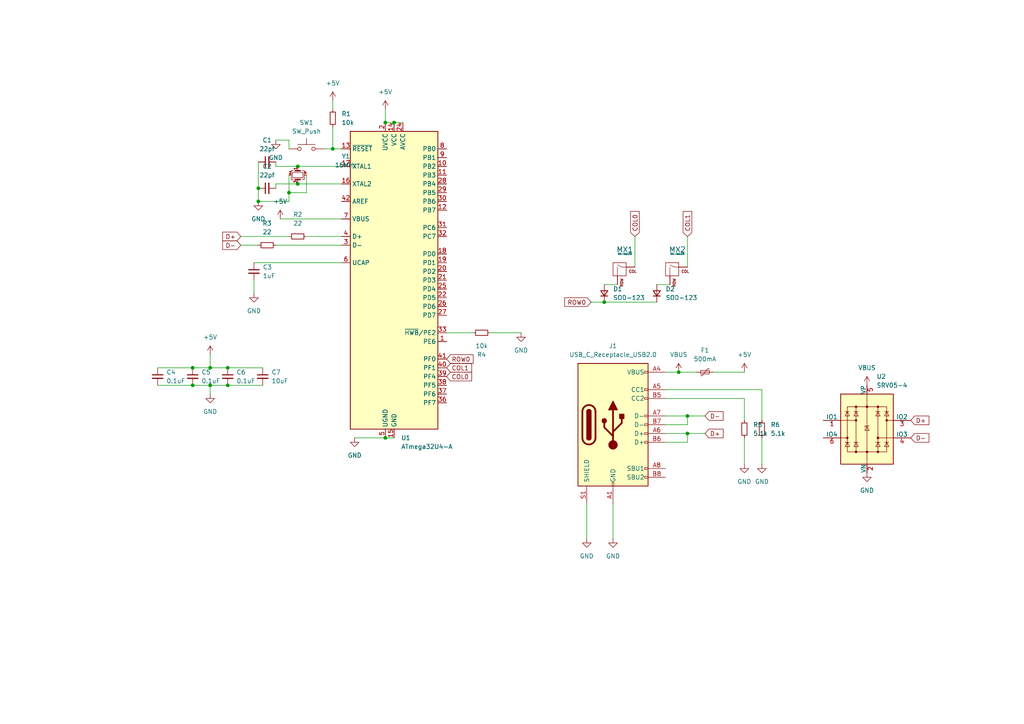
<source format=kicad_sch>
(kicad_sch (version 20211123) (generator eeschema)
  (paper "A4")
  (lib_symbols
    (symbol "Connector:USB_C_Receptacle_USB2.0" (pin_names (offset 1.016))
      (property "Reference" "J" (at -10.16 19.05 0))
      (property "Value" "USB_C_Receptacle_USB2.0" (at 19.05 19.05 0))
      (symbol "USB_C_Receptacle_USB2.0_0_0"
        (rectangle (start -0.254 -17.78) (end 0.254 -16.764))
        (rectangle (start 10.16 -14.986) (end 9.144 -15.494))
        (rectangle (start 10.16 -12.446) (end 9.144 -12.954))
        (rectangle (start 10.16 -4.826) (end 9.144 -5.334))
        (rectangle (start 10.16 -2.286) (end 9.144 -2.794))
        (rectangle (start 10.16 0.254) (end 9.144 -0.254))
        (rectangle (start 10.16 2.794) (end 9.144 2.286))
        (rectangle (start 10.16 7.874) (end 9.144 7.366))
        (rectangle (start 10.16 10.414) (end 9.144 9.906))
        (rectangle (start 10.16 15.494) (end 9.144 14.986))
      )
      (symbol "USB_C_Receptacle_USB2.0_0_1"
        (rectangle (start -10.16 17.78) (end 10.16 -17.78) (stroke (width 0.254)) (fill (type background)))
        (arc (start -8.89 -3.81) (mid -6.985 -5.715) (end -5.08 -3.81) (stroke (width 0.508)))
        (arc (start -7.62 -3.81) (mid -6.985 -4.445) (end -6.35 -3.81) (stroke (width 0.254)))
        (arc (start -7.62 -3.81) (mid -6.985 -4.445) (end -6.35 -3.81) (stroke (width 0.254)) (fill (type outline)))
        (rectangle (start -7.62 -3.81) (end -6.35 3.81) (stroke (width 0.254)) (fill (type outline)))
        (arc (start -6.35 3.81) (mid -6.985 4.445) (end -7.62 3.81) (stroke (width 0.254)))
        (arc (start -6.35 3.81) (mid -6.985 4.445) (end -7.62 3.81) (stroke (width 0.254)) (fill (type outline)))
        (arc (start -5.08 3.81) (mid -6.985 5.715) (end -8.89 3.81) (stroke (width 0.508)))
        (circle (center -2.54 1.143) (radius 0.635) (stroke (width 0.254)) (fill (type outline)))
        (circle (center 0 -5.842) (radius 1.27) (fill (type outline)))
        (polyline (pts (xy -8.89 -3.81) (xy -8.89 3.81)) (stroke (width 0.508)))
        (polyline (pts (xy -5.08 3.81) (xy -5.08 -3.81)) (stroke (width 0.508)))
        (polyline (pts (xy 0 -5.842) (xy 0 4.318)) (stroke (width 0.508)))
        (polyline (pts (xy 0 -3.302) (xy -2.54 -0.762) (xy -2.54 0.508)) (stroke (width 0.508)))
        (polyline (pts (xy 0 -2.032) (xy 2.54 0.508) (xy 2.54 1.778)) (stroke (width 0.508)))
        (polyline (pts (xy -1.27 4.318) (xy 0 6.858) (xy 1.27 4.318) (xy -1.27 4.318)) (stroke (width 0.254)) (fill (type outline)))
        (rectangle (start 1.905 1.778) (end 3.175 3.048) (stroke (width 0.254)) (fill (type outline)))
      )
      (symbol "USB_C_Receptacle_USB2.0_1_1"
        (pin passive line (at 0 -22.86 90) (length 5.08) (name "GND") (number "A1"))
        (pin passive line (at 0 -22.86 90) (length 5.08) hide (name "GND") (number "A12"))
        (pin passive line (at 15.24 15.24 180) (length 5.08) (name "VBUS") (number "A4"))
        (pin bidirectional line (at 15.24 10.16 180) (length 5.08) (name "CC1") (number "A5"))
        (pin bidirectional line (at 15.24 -2.54 180) (length 5.08) (name "D+") (number "A6"))
        (pin bidirectional line (at 15.24 2.54 180) (length 5.08) (name "D-") (number "A7"))
        (pin bidirectional line (at 15.24 -12.7 180) (length 5.08) (name "SBU1") (number "A8"))
        (pin passive line (at 15.24 15.24 180) (length 5.08) hide (name "VBUS") (number "A9"))
        (pin passive line (at 0 -22.86 90) (length 5.08) hide (name "GND") (number "B1"))
        (pin passive line (at 0 -22.86 90) (length 5.08) hide (name "GND") (number "B12"))
        (pin passive line (at 15.24 15.24 180) (length 5.08) hide (name "VBUS") (number "B4"))
        (pin bidirectional line (at 15.24 7.62 180) (length 5.08) (name "CC2") (number "B5"))
        (pin bidirectional line (at 15.24 -5.08 180) (length 5.08) (name "D+") (number "B6"))
        (pin bidirectional line (at 15.24 0 180) (length 5.08) (name "D-") (number "B7"))
        (pin bidirectional line (at 15.24 -15.24 180) (length 5.08) (name "SBU2") (number "B8"))
        (pin passive line (at 15.24 15.24 180) (length 5.08) hide (name "VBUS") (number "B9"))
        (pin passive line (at -7.62 -22.86 90) (length 5.08) (name "SHIELD") (number "S1"))
      )
    )
    (symbol "Device:C_Small" (pin_numbers hide) (pin_names (offset 0.254) hide)
      (property "Reference" "C" (at 0.254 1.778 0))
      (property "Value" "C_Small" (at 0.254 -2.032 0))
      (symbol "C_Small_0_1"
        (polyline (pts (xy -1.524 -0.508) (xy 1.524 -0.508)) (stroke (width 0.3302)))
        (polyline (pts (xy -1.524 0.508) (xy 1.524 0.508)) (stroke (width 0.3048)))
      )
      (symbol "C_Small_1_1"
        (pin passive line (at 0 2.54 270) (length 2.032) (name "~") (number "1"))
        (pin passive line (at 0 -2.54 90) (length 2.032) (name "~") (number "2"))
      )
    )
    (symbol "Device:Crystal_GND24_Small" (pin_names (offset 1.016) hide)
      (property "Reference" "Y" (at 1.27 4.445 0))
      (property "Value" "Crystal_GND24_Small" (at 1.27 2.54 0))
      (symbol "Crystal_GND24_Small_0_1"
        (rectangle (start -0.762 -1.524) (end 0.762 1.524))
        (polyline (pts (xy -1.27 -0.762) (xy -1.27 0.762)) (stroke (width 0.381)))
        (polyline (pts (xy 1.27 -0.762) (xy 1.27 0.762)) (stroke (width 0.381)))
        (polyline (pts (xy -1.27 -1.27) (xy -1.27 -1.905) (xy 1.27 -1.905) (xy 1.27 -1.27)))
        (polyline (pts (xy -1.27 1.27) (xy -1.27 1.905) (xy 1.27 1.905) (xy 1.27 1.27)))
      )
      (symbol "Crystal_GND24_Small_1_1"
        (pin passive line (at -2.54 0 0) (length 1.27) (name "1") (number "1"))
        (pin passive line (at 0 -2.54 90) (length 0.635) (name "2") (number "2"))
        (pin passive line (at 2.54 0 180) (length 1.27) (name "3") (number "3"))
        (pin passive line (at 0 2.54 270) (length 0.635) (name "4") (number "4"))
      )
    )
    (symbol "Device:D_Small" (pin_numbers hide) (pin_names (offset 0.254) hide)
      (property "Reference" "D" (at -1.27 2.032 0))
      (property "Value" "D_Small" (at -3.81 -2.032 0))
      (symbol "D_Small_0_1"
        (polyline (pts (xy -0.762 -1.016) (xy -0.762 1.016)) (stroke (width 0.254)))
        (polyline (pts (xy -0.762 0) (xy 0.762 0)))
        (polyline (pts (xy 0.762 -1.016) (xy -0.762 0) (xy 0.762 1.016) (xy 0.762 -1.016)) (stroke (width 0.254)))
      )
      (symbol "D_Small_1_1"
        (pin passive line (at -2.54 0 0) (length 1.778) (name "K") (number "1"))
        (pin passive line (at 2.54 0 180) (length 1.778) (name "A") (number "2"))
      )
    )
    (symbol "Device:Polyfuse_Small" (pin_numbers hide) (pin_names (offset 0))
      (property "Reference" "F" (at -1.905 0 90))
      (property "Value" "Polyfuse_Small" (at 1.905 0 90))
      (symbol "Polyfuse_Small_0_1"
        (rectangle (start -0.508 1.27) (end 0.508 -1.27))
        (polyline (pts (xy 0 2.54) (xy 0 -2.54)))
        (polyline (pts (xy -1.016 1.27) (xy -1.016 0.762) (xy 1.016 -0.762) (xy 1.016 -1.27)))
      )
      (symbol "Polyfuse_Small_1_1"
        (pin passive line (at 0 2.54 270) (length 0.635) (name "~") (number "1"))
        (pin passive line (at 0 -2.54 90) (length 0.635) (name "~") (number "2"))
      )
    )
    (symbol "Device:R_Small" (pin_numbers hide) (pin_names (offset 0.254) hide)
      (property "Reference" "R" (at 0.762 0.508 0))
      (property "Value" "R_Small" (at 0.762 -1.016 0))
      (symbol "R_Small_0_1"
        (rectangle (start -0.762 1.778) (end 0.762 -1.778) (stroke (width 0.2032)))
      )
      (symbol "R_Small_1_1"
        (pin passive line (at 0 2.54 270) (length 0.762) (name "~") (number "1"))
        (pin passive line (at 0 -2.54 90) (length 0.762) (name "~") (number "2"))
      )
    )
    (symbol "MCU_Microchip_ATmega:ATmega32U4-A"
      (property "Reference" "U" (at -12.7 44.45 0))
      (property "Value" "ATmega32U4-A" (at 2.54 -44.45 0))
      (symbol "ATmega32U4-A_0_1"
        (rectangle (start -12.7 -43.18) (end 12.7 43.18) (stroke (width 0.254)) (fill (type background)))
      )
      (symbol "ATmega32U4-A_1_1"
        (pin bidirectional line (at 15.24 -17.78 180) (length 2.54) (name "PE6") (number "1"))
        (pin bidirectional line (at 15.24 33.02 180) (length 2.54) (name "PB2") (number "10"))
        (pin bidirectional line (at 15.24 30.48 180) (length 2.54) (name "PB3") (number "11"))
        (pin bidirectional line (at 15.24 20.32 180) (length 2.54) (name "PB7") (number "12"))
        (pin input line (at -15.24 38.1 0) (length 2.54) (name "~{RESET}") (number "13"))
        (pin power_in line (at 0 45.72 270) (length 2.54) (name "VCC") (number "14"))
        (pin power_in line (at 0 -45.72 90) (length 2.54) (name "GND") (number "15"))
        (pin output line (at -15.24 27.94 0) (length 2.54) (name "XTAL2") (number "16"))
        (pin input line (at -15.24 33.02 0) (length 2.54) (name "XTAL1") (number "17"))
        (pin bidirectional line (at 15.24 7.62 180) (length 2.54) (name "PD0") (number "18"))
        (pin bidirectional line (at 15.24 5.08 180) (length 2.54) (name "PD1") (number "19"))
        (pin power_in line (at -2.54 45.72 270) (length 2.54) (name "UVCC") (number "2"))
        (pin bidirectional line (at 15.24 2.54 180) (length 2.54) (name "PD2") (number "20"))
        (pin bidirectional line (at 15.24 0 180) (length 2.54) (name "PD3") (number "21"))
        (pin bidirectional line (at 15.24 -5.08 180) (length 2.54) (name "PD5") (number "22"))
        (pin passive line (at 0 -45.72 90) (length 2.54) hide (name "GND") (number "23"))
        (pin power_in line (at 2.54 45.72 270) (length 2.54) (name "AVCC") (number "24"))
        (pin bidirectional line (at 15.24 -2.54 180) (length 2.54) (name "PD4") (number "25"))
        (pin bidirectional line (at 15.24 -7.62 180) (length 2.54) (name "PD6") (number "26"))
        (pin bidirectional line (at 15.24 -10.16 180) (length 2.54) (name "PD7") (number "27"))
        (pin bidirectional line (at 15.24 27.94 180) (length 2.54) (name "PB4") (number "28"))
        (pin bidirectional line (at 15.24 25.4 180) (length 2.54) (name "PB5") (number "29"))
        (pin bidirectional line (at -15.24 10.16 0) (length 2.54) (name "D-") (number "3"))
        (pin bidirectional line (at 15.24 22.86 180) (length 2.54) (name "PB6") (number "30"))
        (pin bidirectional line (at 15.24 15.24 180) (length 2.54) (name "PC6") (number "31"))
        (pin bidirectional line (at 15.24 12.7 180) (length 2.54) (name "PC7") (number "32"))
        (pin bidirectional line (at 15.24 -15.24 180) (length 2.54) (name "~{HWB}/PE2") (number "33"))
        (pin passive line (at 0 45.72 270) (length 2.54) hide (name "VCC") (number "34"))
        (pin passive line (at 0 -45.72 90) (length 2.54) hide (name "GND") (number "35"))
        (pin bidirectional line (at 15.24 -35.56 180) (length 2.54) (name "PF7") (number "36"))
        (pin bidirectional line (at 15.24 -33.02 180) (length 2.54) (name "PF6") (number "37"))
        (pin bidirectional line (at 15.24 -30.48 180) (length 2.54) (name "PF5") (number "38"))
        (pin bidirectional line (at 15.24 -27.94 180) (length 2.54) (name "PF4") (number "39"))
        (pin bidirectional line (at -15.24 12.7 0) (length 2.54) (name "D+") (number "4"))
        (pin bidirectional line (at 15.24 -25.4 180) (length 2.54) (name "PF1") (number "40"))
        (pin bidirectional line (at 15.24 -22.86 180) (length 2.54) (name "PF0") (number "41"))
        (pin passive line (at -15.24 22.86 0) (length 2.54) (name "AREF") (number "42"))
        (pin passive line (at 0 -45.72 90) (length 2.54) hide (name "GND") (number "43"))
        (pin passive line (at 2.54 45.72 270) (length 2.54) hide (name "AVCC") (number "44"))
        (pin passive line (at -2.54 -45.72 90) (length 2.54) (name "UGND") (number "5"))
        (pin passive line (at -15.24 5.08 0) (length 2.54) (name "UCAP") (number "6"))
        (pin input line (at -15.24 17.78 0) (length 2.54) (name "VBUS") (number "7"))
        (pin bidirectional line (at 15.24 38.1 180) (length 2.54) (name "PB0") (number "8"))
        (pin bidirectional line (at 15.24 35.56 180) (length 2.54) (name "PB1") (number "9"))
      )
    )
    (symbol "MX_Alps_Hybrid:MX-NoLED" (pin_names (offset 1.016))
      (property "Reference" "MX" (at -0.635 3.81 0))
      (property "Value" "MX-NoLED" (at -0.635 1.27 0))
      (symbol "MX-NoLED_0_0"
        (rectangle (start -2.54 2.54) (end 1.27 -1.27))
        (polyline (pts (xy -1.27 -1.27) (xy -1.27 1.27)) (stroke (width 0.127)))
        (polyline (pts (xy 1.27 1.27) (xy 0 1.27) (xy -1.27 1.905)) (stroke (width 0.127)))
        (text "COL" (at 3.175 0 0) (effects (font (size 0.762 0.762))))
        (text "ROW" (at 0 -1.905 900) (effects (font (size 0.762 0.762)) (justify right)))
      )
      (symbol "MX-NoLED_1_1"
        (pin passive line (at 3.81 1.27 180) (length 2.54) (name "COL") (number "1"))
        (pin passive line (at -1.27 -3.81 90) (length 2.54) (name "ROW") (number "2"))
      )
    )
    (symbol "Switch:SW_Push" (pin_numbers hide) (pin_names (offset 1.016) hide)
      (property "Reference" "SW" (at 1.27 2.54 0))
      (property "Value" "SW_Push" (at 0 -1.524 0))
      (symbol "SW_Push_0_1"
        (circle (center -2.032 0) (radius 0.508))
        (polyline (pts (xy 0 1.27) (xy 0 3.048)))
        (polyline (pts (xy 2.54 1.27) (xy -2.54 1.27)))
        (circle (center 2.032 0) (radius 0.508))
        (pin passive line (at -5.08 0 0) (length 2.54) (name "1") (number "1"))
        (pin passive line (at 5.08 0 180) (length 2.54) (name "2") (number "2"))
      )
    )
    (symbol "marbastlib-various:SRV05-4" (pin_names (offset 0))
      (property "Reference" "U" (at -5.08 11.43 0))
      (property "Value" "SRV05-4" (at 2.54 11.43 0))
      (symbol "SRV05-4_0_0"
        (rectangle (start -5.715 6.477) (end 5.715 -6.604))
        (polyline (pts (xy -3.175 -6.604) (xy -3.175 6.477)))
        (polyline (pts (xy 3.175 6.477) (xy 3.175 -6.604)))
      )
      (symbol "SRV05-4_0_1"
        (rectangle (start -7.62 10.16) (end 7.62 -10.16) (stroke (width 0.254)) (fill (type background)))
        (circle (center -5.715 -2.54) (radius 0.2794) (fill (type outline)))
        (circle (center -3.175 -6.604) (radius 0.2794) (fill (type outline)))
        (circle (center -3.175 2.54) (radius 0.2794) (fill (type outline)))
        (circle (center -3.175 6.477) (radius 0.2794) (fill (type outline)))
        (circle (center 0 -6.604) (radius 0.2794) (fill (type outline)))
        (polyline (pts (xy -7.747 2.54) (xy -3.175 2.54)))
        (polyline (pts (xy -7.62 -2.54) (xy -5.715 -2.54)))
        (polyline (pts (xy -5.08 -3.81) (xy -6.35 -3.81)))
        (polyline (pts (xy -5.08 5.08) (xy -6.35 5.08)))
        (polyline (pts (xy -2.54 -3.81) (xy -3.81 -3.81)))
        (polyline (pts (xy -2.54 5.08) (xy -3.81 5.08)))
        (polyline (pts (xy 0 10.16) (xy 0 -10.16)))
        (polyline (pts (xy 3.81 -3.81) (xy 2.54 -3.81)))
        (polyline (pts (xy 3.81 5.08) (xy 2.54 5.08)))
        (polyline (pts (xy 6.35 -3.81) (xy 5.08 -3.81)))
        (polyline (pts (xy 6.35 5.08) (xy 5.08 5.08)))
        (polyline (pts (xy 7.62 -2.54) (xy 3.175 -2.54)))
        (polyline (pts (xy 7.62 2.54) (xy 5.715 2.54)))
        (polyline (pts (xy 0.635 0.889) (xy -0.635 0.889) (xy -0.635 0.635)))
        (polyline (pts (xy -5.08 -5.08) (xy -6.35 -5.08) (xy -5.715 -3.81) (xy -5.08 -5.08)))
        (polyline (pts (xy -5.08 3.81) (xy -6.35 3.81) (xy -5.715 5.08) (xy -5.08 3.81)))
        (polyline (pts (xy -2.54 -5.08) (xy -3.81 -5.08) (xy -3.175 -3.81) (xy -2.54 -5.08)))
        (polyline (pts (xy -2.54 3.81) (xy -3.81 3.81) (xy -3.175 5.08) (xy -2.54 3.81)))
        (polyline (pts (xy 0.635 -0.381) (xy -0.635 -0.381) (xy 0 0.889) (xy 0.635 -0.381)))
        (polyline (pts (xy 3.81 -5.08) (xy 2.54 -5.08) (xy 3.175 -3.81) (xy 3.81 -5.08)))
        (polyline (pts (xy 3.81 3.81) (xy 2.54 3.81) (xy 3.175 5.08) (xy 3.81 3.81)))
        (polyline (pts (xy 6.35 -5.08) (xy 5.08 -5.08) (xy 5.715 -3.81) (xy 6.35 -5.08)))
        (polyline (pts (xy 6.35 3.81) (xy 5.08 3.81) (xy 5.715 5.08) (xy 6.35 3.81)))
        (circle (center 0 6.477) (radius 0.2794) (fill (type outline)))
        (circle (center 3.175 -6.604) (radius 0.2794) (fill (type outline)))
        (circle (center 3.175 -2.54) (radius 0.2794) (fill (type outline)))
        (circle (center 3.175 6.477) (radius 0.2794) (fill (type outline)))
        (circle (center 5.715 2.54) (radius 0.2794) (fill (type outline)))
      )
      (symbol "SRV05-4_1_1"
        (pin passive line (at -12.7 2.54 0) (length 5.08) (name "IO1") (number "1"))
        (pin passive line (at 0 -12.7 90) (length 2.54) (name "VN") (number "2"))
        (pin passive line (at 12.7 2.54 180) (length 5.08) (name "IO2") (number "3"))
        (pin passive line (at 12.7 -2.54 180) (length 5.08) (name "IO3") (number "4"))
        (pin passive line (at 0 12.7 270) (length 2.54) (name "VP") (number "5"))
        (pin passive line (at -12.7 -2.54 0) (length 5.08) (name "IO4") (number "6"))
      )
    )
    (symbol "power:+5V" (power) (pin_names (offset 0))
      (property "Value" "+5V" (at 0 3.556 0))
      (symbol "+5V_0_1"
        (polyline (pts (xy -0.762 1.27) (xy 0 2.54)))
        (polyline (pts (xy 0 0) (xy 0 2.54)))
        (polyline (pts (xy 0 2.54) (xy 0.762 1.27)))
      )
      (symbol "+5V_1_1"
        (pin power_in line (at 0 0 90) (length 0) hide (name "+5V") (number "1"))
      )
    )
    (symbol "power:GND" (power) (pin_names (offset 0))
      (property "Value" "GND" (at 0 -3.81 0))
      (symbol "GND_0_1"
        (polyline (pts (xy 0 0) (xy 0 -1.27) (xy 1.27 -1.27) (xy 0 -2.54) (xy -1.27 -1.27) (xy 0 -1.27)))
      )
      (symbol "GND_1_1"
        (pin power_in line (at 0 0 270) (length 0) hide (name "GND") (number "1"))
      )
    )
    (symbol "power:VBUS" (power) (pin_names (offset 0))
      (property "Value" "VBUS" (at 0 3.81 0))
      (symbol "VBUS_0_1"
        (polyline (pts (xy -0.762 1.27) (xy 0 2.54)))
        (polyline (pts (xy 0 0) (xy 0 2.54)))
        (polyline (pts (xy 0 2.54) (xy 0.762 1.27)))
      )
      (symbol "VBUS_1_1"
        (pin power_in line (at 0 0 90) (length 0) hide (name "VBUS") (number "1"))
      )
    )
  )
  (junction (at 199.39 120.65))
  (junction (at 114.3 35.56))
  (junction (at 83.82 55.88))
  (junction (at 86.36 53.34))
  (junction (at 55.88 111.76))
  (junction (at 111.76 35.56))
  (junction (at 74.93 54.61))
  (junction (at 199.39 125.73))
  (junction (at 60.96 111.76))
  (junction (at 66.04 106.68))
  (junction (at 66.04 111.76))
  (junction (at 60.96 106.68))
  (junction (at 74.93 58.42))
  (junction (at 86.36 48.26))
  (junction (at 196.85 107.95))
  (junction (at 96.52 43.18))
  (junction (at 55.88 106.68))
  (junction (at 175.26 87.63))
  (junction (at 111.76 127))
  (wire (pts (xy 69.85 68.58) (xy 83.82 68.58)))
  (wire (pts (xy 66.04 111.76) (xy 76.2 111.76)))
  (wire (pts (xy 193.04 128.27) (xy 199.39 128.27)))
  (wire (pts (xy 96.52 43.18) (xy 99.06 43.18)))
  (wire (pts (xy 170.18 146.05) (xy 170.18 156.21)))
  (wire (pts (xy 86.36 53.34) (xy 80.01 53.34)))
  (wire (pts (xy 45.72 106.68) (xy 55.88 106.68)))
  (wire (pts (xy 171.45 87.63) (xy 175.26 87.63)))
  (wire (pts (xy 74.93 58.42) (xy 83.82 58.42)))
  (wire (pts (xy 193.04 115.57) (xy 215.9 115.57)))
  (wire (pts (xy 193.04 107.95) (xy 196.85 107.95)))
  (wire (pts (xy 86.36 48.26) (xy 80.01 48.26)))
  (wire (pts (xy 80.01 46.99) (xy 80.01 48.26)))
  (wire (pts (xy 102.87 127) (xy 111.76 127)))
  (wire (pts (xy 175.26 87.63) (xy 190.5 87.63)))
  (wire (pts (xy 111.76 35.56) (xy 114.3 35.56)))
  (wire (pts (xy 86.36 48.26) (xy 99.06 48.26)))
  (wire (pts (xy 175.26 82.55) (xy 179.07 82.55)))
  (wire (pts (xy 129.54 96.52) (xy 137.16 96.52)))
  (wire (pts (xy 193.04 120.65) (xy 199.39 120.65)))
  (wire (pts (xy 215.9 115.57) (xy 215.9 121.92)))
  (wire (pts (xy 69.85 71.12) (xy 74.93 71.12)))
  (wire (pts (xy 190.5 82.55) (xy 194.31 82.55)))
  (wire (pts (xy 83.82 55.88) (xy 83.82 58.42)))
  (wire (pts (xy 80.01 53.34) (xy 80.01 54.61)))
  (wire (pts (xy 199.39 125.73) (xy 204.47 125.73)))
  (wire (pts (xy 73.66 76.2) (xy 99.06 76.2)))
  (wire (pts (xy 193.04 123.19) (xy 199.39 123.19)))
  (wire (pts (xy 93.98 43.18) (xy 96.52 43.18)))
  (wire (pts (xy 184.15 68.58) (xy 184.15 77.47)))
  (wire (pts (xy 220.98 113.03) (xy 220.98 121.92)))
  (wire (pts (xy 83.82 50.8) (xy 83.82 55.88)))
  (wire (pts (xy 114.3 35.56) (xy 116.84 35.56)))
  (wire (pts (xy 60.96 111.76) (xy 66.04 111.76)))
  (wire (pts (xy 81.28 63.5) (xy 99.06 63.5)))
  (wire (pts (xy 220.98 127) (xy 220.98 134.62)))
  (wire (pts (xy 199.39 120.65) (xy 204.47 120.65)))
  (wire (pts (xy 86.36 53.34) (xy 99.06 53.34)))
  (wire (pts (xy 73.66 81.28) (xy 73.66 85.09)))
  (wire (pts (xy 199.39 120.65) (xy 199.39 123.19)))
  (wire (pts (xy 66.04 106.68) (xy 76.2 106.68)))
  (wire (pts (xy 111.76 31.75) (xy 111.76 35.56)))
  (wire (pts (xy 96.52 29.21) (xy 96.52 31.75)))
  (wire (pts (xy 177.8 146.05) (xy 177.8 156.21)))
  (wire (pts (xy 193.04 113.03) (xy 220.98 113.03)))
  (wire (pts (xy 196.85 107.95) (xy 201.93 107.95)))
  (wire (pts (xy 45.72 111.76) (xy 55.88 111.76)))
  (wire (pts (xy 60.96 111.76) (xy 60.96 114.3)))
  (wire (pts (xy 80.01 71.12) (xy 99.06 71.12)))
  (wire (pts (xy 96.52 36.83) (xy 96.52 43.18)))
  (wire (pts (xy 55.88 106.68) (xy 60.96 106.68)))
  (wire (pts (xy 74.93 46.99) (xy 74.93 54.61)))
  (wire (pts (xy 142.24 96.52) (xy 151.13 96.52)))
  (wire (pts (xy 215.9 127) (xy 215.9 134.62)))
  (wire (pts (xy 199.39 125.73) (xy 199.39 128.27)))
  (wire (pts (xy 55.88 111.76) (xy 60.96 111.76)))
  (wire (pts (xy 60.96 102.87) (xy 60.96 106.68)))
  (wire (pts (xy 207.01 107.95) (xy 215.9 107.95)))
  (wire (pts (xy 83.82 43.18) (xy 83.82 40.64)))
  (wire (pts (xy 88.9 55.88) (xy 83.82 55.88)))
  (wire (pts (xy 74.93 54.61) (xy 74.93 58.42)))
  (wire (pts (xy 193.04 125.73) (xy 199.39 125.73)))
  (wire (pts (xy 60.96 106.68) (xy 66.04 106.68)))
  (wire (pts (xy 88.9 68.58) (xy 99.06 68.58)))
  (wire (pts (xy 80.01 40.64) (xy 83.82 40.64)))
  (wire (pts (xy 199.39 68.58) (xy 199.39 77.47)))
  (wire (pts (xy 88.9 50.8) (xy 88.9 55.88)))
  (wire (pts (xy 111.76 127) (xy 114.3 127)))
  (global_label "D-" (shape input) (at 204.47 120.65 0) (property "Intersheet References" "${INTERSHEET_REFS}" (effects hide)))
  (global_label "COL0" (shape input) (at 129.54 109.22 0) (property "Intersheet References" "${INTERSHEET_REFS}" (effects hide)))
  (global_label "D-" (shape input) (at 264.16 127 0) (property "Intersheet References" "${INTERSHEET_REFS}" (effects hide)))
  (global_label "D-" (shape input) (at 69.85 71.12 180) (property "Intersheet References" "${INTERSHEET_REFS}" (effects hide)))
  (global_label "D+" (shape input) (at 204.47 125.73 0) (property "Intersheet References" "${INTERSHEET_REFS}" (effects hide)))
  (global_label "D+" (shape input) (at 69.85 68.58 180) (property "Intersheet References" "${INTERSHEET_REFS}" (effects hide)))
  (global_label "ROW0" (shape input) (at 171.45 87.63 180) (property "Intersheet References" "${INTERSHEET_REFS}" (effects hide)))
  (global_label "D+" (shape input) (at 264.16 121.92 0) (property "Intersheet References" "${INTERSHEET_REFS}" (effects hide)))
  (global_label "COL0" (shape input) (at 184.15 68.58 90) (property "Intersheet References" "${INTERSHEET_REFS}" (effects hide)))
  (global_label "COL1" (shape input) (at 129.54 106.68 0) (property "Intersheet References" "${INTERSHEET_REFS}" (effects hide)))
  (global_label "COL1" (shape input) (at 199.39 68.58 90) (property "Intersheet References" "${INTERSHEET_REFS}" (effects hide)))
  (global_label "ROW0" (shape input) (at 129.54 104.14 0) (property "Intersheet References" "${INTERSHEET_REFS}" (effects hide)))
  (symbol (lib_id "power:GND") (at 60.96 114.3 0) (unit 1)
    (property "Reference" "#PWR0106" (effects hide))
    (property "Value" "GND" (at 60.96 119.38 0))
  )
  (symbol (lib_id "Device:D_Small") (at 190.5 85.09 90) (unit 1)
    (property "Reference" "D2" (at 193.04 83.8199 90) (effects (justify right)))
    (property "Value" "SOD-123" (at 193.04 86.3599 90) (effects (justify right)))
    (property "Footprint" "Diode_SMD:D_SOD-123" (effects hide))
  )
  (symbol (lib_id "Device:R_Small") (at 77.47 71.12 90) (unit 1)
    (property "Reference" "R3" (at 77.47 64.77 90))
    (property "Value" "22" (at 77.47 67.31 90))
    (property "Footprint" "Resistor_SMD:R_0805_2012Metric" (effects hide))
  )
  (symbol (lib_id "power:+5V") (at 96.52 29.21 0) (unit 1)
    (property "Reference" "#PWR0110" (effects hide))
    (property "Value" "+5V" (at 96.52 24.13 0))
  )
  (symbol (lib_id "power:VBUS") (at 196.85 107.95 0) (unit 1)
    (property "Reference" "#PWR0111" (effects hide))
    (property "Value" "VBUS" (at 196.85 102.87 0))
  )
  (symbol (lib_id "power:GND") (at 251.46 137.16 0) (unit 1)
    (property "Reference" "#PWR0113" (effects hide))
    (property "Value" "GND" (at 251.46 142.24 0))
  )
  (symbol (lib_id "Switch:SW_Push") (at 88.9 43.18 0) (unit 1)
    (property "Reference" "SW1" (at 88.9 35.56 0))
    (property "Value" "SW_Push" (at 88.9 38.1 0))
    (property "Footprint" "random-keyboard-parts:SKQG-1155865" (effects hide))
  )
  (symbol (lib_id "power:GND") (at 80.01 40.64 0) (unit 1)
    (property "Reference" "#PWR0109" (effects hide))
    (property "Value" "GND" (at 80.01 45.72 0))
  )
  (symbol (lib_id "Device:C_Small") (at 76.2 109.22 0) (unit 1)
    (property "Reference" "C7" (at 78.74 107.9562 0) (effects (justify left)))
    (property "Value" "10uF" (at 78.74 110.4962 0) (effects (justify left)))
    (property "Footprint" "Capacitor_SMD:C_0805_2012Metric" (effects hide))
  )
  (symbol (lib_id "Device:R_Small") (at 139.7 96.52 270) (unit 1)
    (property "Reference" "R4" (at 139.7 102.87 90))
    (property "Value" "10k" (at 139.7 100.33 90))
    (property "Footprint" "Resistor_SMD:R_0805_2012Metric" (effects hide))
  )
  (symbol (lib_id "Device:R_Small") (at 96.52 34.29 0) (unit 1)
    (property "Reference" "R1" (at 99.06 33.0199 0) (effects (justify left)))
    (property "Value" "10k" (at 99.06 35.5599 0) (effects (justify left)))
    (property "Footprint" "Resistor_SMD:R_0805_2012Metric" (effects hide))
  )
  (symbol (lib_id "power:+5V") (at 215.9 107.95 0) (unit 1)
    (property "Reference" "#PWR0116" (effects hide))
    (property "Value" "+5V" (at 215.9 102.87 0))
  )
  (symbol (lib_id "power:+5V") (at 81.28 63.5 0) (unit 1)
    (property "Reference" "#PWR0107" (effects hide))
    (property "Value" "+5V" (at 81.28 58.42 0))
  )
  (symbol (lib_id "power:GND") (at 74.93 58.42 0) (unit 1)
    (property "Reference" "#PWR0108" (effects hide))
    (property "Value" "GND" (at 74.93 63.5 0))
  )
  (symbol (lib_id "power:VBUS") (at 251.46 111.76 0) (unit 1)
    (property "Reference" "#PWR0112" (effects hide))
    (property "Value" "VBUS" (at 251.46 106.68 0))
  )
  (symbol (lib_id "marbastlib-various:SRV05-4") (at 251.46 124.46 0) (unit 1)
    (property "Reference" "U2" (at 254.2287 109.22 0) (effects (justify left)))
    (property "Value" "SRV05-4" (at 254.2287 111.76 0) (effects (justify left)))
    (property "Footprint" "marbastlib-various:SOT-23-6-routable" (effects hide))
    (property "Datasheet" "http://www.onsemi.com/pub/Collateral/SRV05-4-D.PDF" (effects hide))
  )
  (symbol (lib_id "power:GND") (at 215.9 134.62 0) (unit 1)
    (property "Reference" "#PWR0115" (effects hide))
    (property "Value" "GND" (at 215.9 139.7 0))
  )
  (symbol (lib_id "power:+5V") (at 60.96 102.87 0) (unit 1)
    (property "Reference" "#PWR0105" (effects hide))
    (property "Value" "+5V" (at 60.96 97.79 0))
  )
  (symbol (lib_id "MX_Alps_Hybrid:MX-NoLED") (at 180.34 78.74 0) (unit 1)
    (property "Reference" "MX1" (at 181.2256 72.39 0) (effects (font (size 1.524 1.524))))
    (property "Value" "MX-NoLED" (at 181.2256 73.66 0) (effects (font (size 0.508 0.508))))
    (property "Footprint" "MX_Alps_Hybrid:MX-1U-NoLED" (effects hide))
  )
  (symbol (lib_id "power:+5V") (at 111.76 31.75 0) (unit 1)
    (property "Reference" "#PWR0101" (effects hide))
    (property "Value" "+5V" (at 111.76 26.67 0))
  )
  (symbol (lib_id "MCU_Microchip_ATmega:ATmega32U4-A") (at 114.3 81.28 0) (unit 1)
    (property "Reference" "U1" (at 116.3194 127 0) (effects (justify left)))
    (property "Value" "ATmega32U4-A" (at 116.3194 129.54 0) (effects (justify left)))
    (property "Footprint" "Package_QFP:TQFP-44_10x10mm_P0.8mm" (effects hide))
    (property "Datasheet" "http://ww1.microchip.com/downloads/en/DeviceDoc/Atmel-7766-8-bit-AVR-ATmega16U4-32U4_Datasheet.pdf" (effects hide))
  )
  (symbol (lib_id "power:GND") (at 220.98 134.62 0) (unit 1)
    (property "Reference" "#PWR0114" (effects hide))
    (property "Value" "GND" (at 220.98 139.7 0))
  )
  (symbol (lib_id "MX_Alps_Hybrid:MX-NoLED") (at 195.58 78.74 0) (unit 1)
    (property "Reference" "MX2" (at 196.4656 72.39 0) (effects (font (size 1.524 1.524))))
    (property "Value" "MX-NoLED" (at 196.4656 73.66 0) (effects (font (size 0.508 0.508))))
    (property "Footprint" "MX_Alps_Hybrid:MX-1U-NoLED" (effects hide))
  )
  (symbol (lib_id "Device:R_Small") (at 215.9 124.46 0) (unit 1)
    (property "Reference" "R5" (at 218.44 123.1899 0) (effects (justify left)))
    (property "Value" "5.1k" (at 218.44 125.7299 0) (effects (justify left)))
    (property "Footprint" "Resistor_SMD:R_0805_2012Metric" (effects hide))
  )
  (symbol (lib_id "power:GND") (at 170.18 156.21 0) (unit 1)
    (property "Reference" "#PWR0118" (effects hide))
    (property "Value" "GND" (at 170.18 161.29 0))
  )
  (symbol (lib_id "power:GND") (at 73.66 85.09 0) (unit 1)
    (property "Reference" "#PWR0104" (effects hide))
    (property "Value" "GND" (at 73.66 90.17 0))
  )
  (symbol (lib_id "Device:C_Small") (at 77.47 46.99 90) (unit 1)
    (property "Reference" "C1" (at 77.4763 40.64 90))
    (property "Value" "22pf" (at 77.4763 43.18 90))
    (property "Footprint" "Resistor_SMD:R_0805_2012Metric" (effects hide))
  )
  (symbol (lib_id "Device:D_Small") (at 175.26 85.09 90) (unit 1)
    (property "Reference" "D1" (at 177.8 83.8199 90) (effects (justify right)))
    (property "Value" "SOD-123" (at 177.8 86.3599 90) (effects (justify right)))
    (property "Footprint" "Diode_SMD:D_SOD-123" (effects hide))
  )
  (symbol (lib_id "Device:C_Small") (at 45.72 109.22 0) (unit 1)
    (property "Reference" "C4" (at 48.26 107.9562 0) (effects (justify left)))
    (property "Value" "0.1uF" (at 48.26 110.4962 0) (effects (justify left)))
    (property "Footprint" "Capacitor_SMD:C_0805_2012Metric" (effects hide))
  )
  (symbol (lib_id "Device:C_Small") (at 73.66 78.74 0) (unit 1)
    (property "Reference" "C3" (at 76.2 77.4762 0) (effects (justify left)))
    (property "Value" "1uF" (at 76.2 80.0162 0) (effects (justify left)))
    (property "Footprint" "Capacitor_SMD:C_0805_2012Metric" (effects hide))
  )
  (symbol (lib_id "Device:C_Small") (at 77.47 54.61 90) (unit 1)
    (property "Reference" "C2" (at 77.4763 48.26 90))
    (property "Value" "22pf" (at 77.4763 50.8 90))
    (property "Footprint" "Capacitor_SMD:C_0805_2012Metric" (effects hide))
  )
  (symbol (lib_id "Device:Polyfuse_Small") (at 204.47 107.95 90) (unit 1)
    (property "Reference" "F1" (at 204.47 101.6 90))
    (property "Value" "500mA" (at 204.47 104.14 90))
    (property "Footprint" "Fuse:Fuse_1206_3216Metric" (effects hide))
  )
  (symbol (lib_id "Device:C_Small") (at 55.88 109.22 0) (unit 1)
    (property "Reference" "C5" (at 58.42 107.9562 0) (effects (justify left)))
    (property "Value" "0.1uF" (at 58.42 110.4962 0) (effects (justify left)))
    (property "Footprint" "Capacitor_SMD:C_0805_2012Metric" (effects hide))
  )
  (symbol (lib_id "Device:R_Small") (at 220.98 124.46 0) (unit 1)
    (property "Reference" "R6" (at 223.52 123.1899 0) (effects (justify left)))
    (property "Value" "5.1k" (at 223.52 125.7299 0) (effects (justify left)))
    (property "Footprint" "Resistor_SMD:R_0805_2012Metric" (effects hide))
  )
  (symbol (lib_id "Device:C_Small") (at 66.04 109.22 0) (unit 1)
    (property "Reference" "C6" (at 68.58 107.9562 0) (effects (justify left)))
    (property "Value" "0.1uF" (at 68.58 110.4962 0) (effects (justify left)))
    (property "Footprint" "Capacitor_SMD:C_0805_2012Metric" (effects hide))
  )
  (symbol (lib_id "power:GND") (at 102.87 127 0) (unit 1)
    (property "Reference" "#PWR0102" (effects hide))
    (property "Value" "GND" (at 102.87 132.08 0))
  )
  (symbol (lib_id "Connector:USB_C_Receptacle_USB2.0") (at 177.8 123.19 0) (unit 1)
    (property "Reference" "J1" (at 177.8 100.33 0))
    (property "Value" "USB_C_Receptacle_USB2.0" (at 177.8 102.87 0))
    (property "Footprint" "Connector_USB:USB_C_Receptacle_HRO_TYPE-C-31-M-12" (effects hide))
    (property "Datasheet" "https://www.usb.org/sites/default/files/documents/usb_type-c.zip" (effects hide))
  )
  (symbol (lib_id "Device:Crystal_GND24_Small") (at 86.36 50.8 270) (unit 1)
    (property "Reference" "Y1" (at 100.33 45.3388 90))
    (property "Value" "16MHz" (at 100.33 47.8788 90))
    (property "Footprint" "Crystal:Crystal_SMD_3225-4Pin_3.2x2.5mm" (effects hide))
  )
  (symbol (lib_id "Device:R_Small") (at 86.36 68.58 90) (unit 1)
    (property "Reference" "R2" (at 86.36 62.23 90))
    (property "Value" "22" (at 86.36 64.77 90))
    (property "Footprint" "Resistor_SMD:R_0805_2012Metric" (effects hide))
  )
  (symbol (lib_id "power:GND") (at 151.13 96.52 0) (unit 1)
    (property "Reference" "#PWR0103" (effects hide))
    (property "Value" "GND" (at 151.13 101.6 0))
  )
  (symbol (lib_id "power:GND") (at 177.8 156.21 0) (unit 1)
    (property "Reference" "#PWR0117" (effects hide))
    (property "Value" "GND" (at 177.8 161.29 0))
  )
)
</source>
